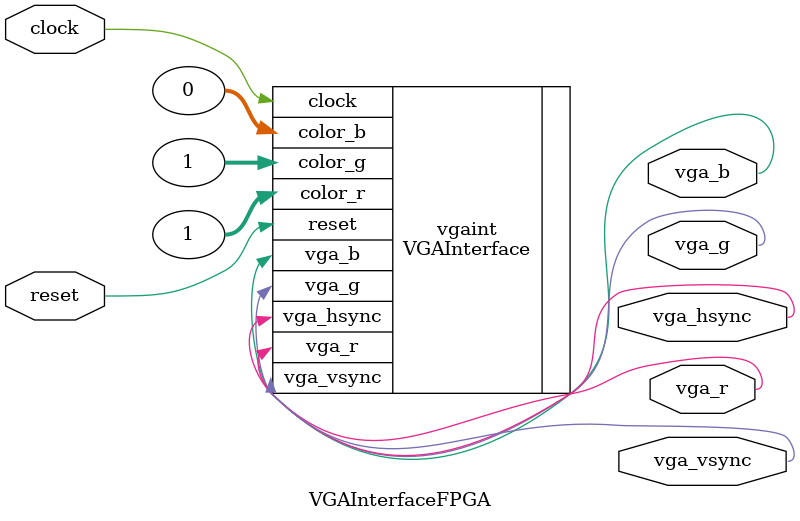
<source format=v>
module VGAInterfaceFPGA(clock,reset,vga_hsync,vga_vsync,vga_r,vga_g,vga_b);
   input wire  clock;
   input wire  reset;

   output wire vga_hsync;
   output wire vga_vsync;
   output wire vga_r;
   output wire vga_g;
   output wire vga_b;

   VGAInterface #(.HAddrSize(11),
		  .HVisibleArea(800),
		  .HFrontPorch(56),
		  .HSyncPulse(120),
		  .HBackPorch(64),
		  .VAddrSize(11),
		  .VVisibleArea(600),
		  .VFrontPorch(37),
		  .VSyncPulse(6),
		  .VBackPorch(23))
   vgaint (.clock(clock),
	   .reset(reset),

	   .color_r(1),
	   .color_g(1),
	   .color_b(0),

	   .vga_hsync(vga_hsync),
	   .vga_vsync(vga_vsync),
	   .vga_r(vga_r),
	   .vga_g(vga_g),
	   .vga_b(vga_b));
endmodule // VGAInterfaceFPGA


</source>
